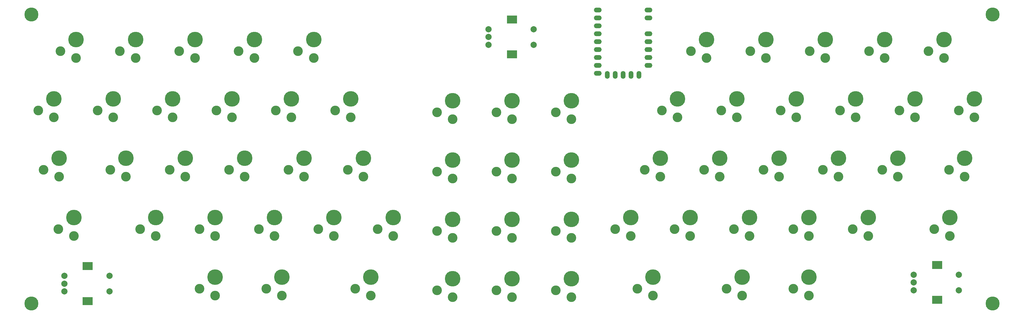
<source format=gbr>
G04 #@! TF.GenerationSoftware,KiCad,Pcbnew,7.0.9*
G04 #@! TF.CreationDate,2024-04-06T13:59:54+09:00*
G04 #@! TF.ProjectId,avain,61766169-6e2e-46b6-9963-61645f706362,rev?*
G04 #@! TF.SameCoordinates,Original*
G04 #@! TF.FileFunction,Soldermask,Top*
G04 #@! TF.FilePolarity,Negative*
%FSLAX46Y46*%
G04 Gerber Fmt 4.6, Leading zero omitted, Abs format (unit mm)*
G04 Created by KiCad (PCBNEW 7.0.9) date 2024-04-06 13:59:54*
%MOMM*%
%LPD*%
G01*
G04 APERTURE LIST*
%ADD10C,3.100000*%
%ADD11C,5.000000*%
%ADD12C,4.500000*%
%ADD13C,2.000000*%
%ADD14R,3.200000X2.500000*%
%ADD15C,1.250000*%
%ADD16O,2.500000X1.500000*%
%ADD17O,1.500000X2.500000*%
G04 APERTURE END LIST*
D10*
X26601900Y-32012500D03*
D11*
X31601900Y-28312500D03*
D10*
X31601900Y-34212500D03*
D12*
X17287500Y-20250000D03*
D13*
X27843800Y-104193700D03*
X27843800Y-109193700D03*
X27843800Y-106693700D03*
D14*
X35343800Y-101093700D03*
X35343800Y-112293700D03*
D13*
X42343800Y-109193700D03*
X42343800Y-104193700D03*
D10*
X128350000Y-89162500D03*
D11*
X133350000Y-85462500D03*
D10*
X133350000Y-91362500D03*
X306943800Y-89162500D03*
D11*
X311943800Y-85462500D03*
D10*
X311943800Y-91362500D03*
X305043800Y-32012500D03*
D11*
X310043800Y-28312500D03*
D10*
X310043800Y-34212500D03*
X261700000Y-89162500D03*
D11*
X266700000Y-85462500D03*
D10*
X266700000Y-91362500D03*
X314824400Y-51062500D03*
D11*
X319824400Y-47362500D03*
D10*
X319824400Y-53262500D03*
D15*
X199525266Y-18845959D03*
D16*
X199024986Y-18845959D03*
D15*
X199525266Y-21365959D03*
D16*
X199024986Y-21365959D03*
D15*
X199525266Y-23905959D03*
D16*
X199024986Y-23905959D03*
D15*
X199525266Y-26435959D03*
D16*
X199024986Y-26435959D03*
D15*
X199525266Y-28985959D03*
D16*
X199024986Y-28985959D03*
D15*
X199525266Y-31525959D03*
D16*
X199024986Y-31525959D03*
D15*
X199525266Y-34065959D03*
D16*
X199024986Y-34065959D03*
D15*
X199525266Y-36605959D03*
D16*
X199024986Y-36605959D03*
D15*
X199525266Y-39145959D03*
D16*
X199024986Y-39145959D03*
D17*
X202065266Y-39640300D03*
D15*
X202065266Y-39145959D03*
D17*
X204615266Y-39640300D03*
D15*
X204615266Y-39145959D03*
D17*
X207145600Y-39640300D03*
D15*
X207145600Y-39145959D03*
D17*
X209695600Y-39640300D03*
D15*
X209695600Y-39145959D03*
D17*
X212225266Y-39640300D03*
D15*
X212225266Y-39145959D03*
D16*
X215265600Y-36605959D03*
D15*
X214765266Y-36605959D03*
D16*
X215265600Y-34065959D03*
D15*
X214765266Y-34065959D03*
D16*
X215265600Y-31525959D03*
D15*
X214765266Y-31525959D03*
D16*
X215265600Y-28985959D03*
D15*
X214765266Y-28985959D03*
D16*
X215265600Y-26435959D03*
D15*
X214765266Y-26435959D03*
D16*
X215265600Y-21365959D03*
D15*
X214765266Y-21365959D03*
D16*
X215265600Y-18845959D03*
D15*
X214765266Y-18845959D03*
D10*
X166450000Y-70718700D03*
D11*
X171450000Y-67018700D03*
D10*
X171450000Y-72918700D03*
D13*
X300343800Y-103812500D03*
X300343800Y-108812500D03*
X300343800Y-106312500D03*
D14*
X307843800Y-100712500D03*
X307843800Y-111912500D03*
D13*
X314843800Y-108812500D03*
X314843800Y-103812500D03*
D10*
X228843800Y-32012500D03*
D11*
X233843800Y-28312500D03*
D10*
X233843800Y-34212500D03*
X280750000Y-89162500D03*
D11*
X285750000Y-85462500D03*
D10*
X285750000Y-91362500D03*
X95690000Y-51062500D03*
D11*
X100690000Y-47362500D03*
D10*
X100690000Y-53262500D03*
X185500000Y-70718700D03*
D11*
X190500000Y-67018700D03*
D10*
X190500000Y-72918700D03*
X102843800Y-32012500D03*
D11*
X107843800Y-28312500D03*
D10*
X107843800Y-34212500D03*
X76640000Y-51062500D03*
D11*
X81640000Y-47362500D03*
D10*
X81640000Y-53262500D03*
X311706300Y-70112500D03*
D11*
X316706300Y-66412500D03*
D10*
X316706300Y-72312500D03*
X271225000Y-70112500D03*
D11*
X276225000Y-66412500D03*
D10*
X276225000Y-72312500D03*
D12*
X325637500Y-113050000D03*
D10*
X38540000Y-51062500D03*
D11*
X43540000Y-47362500D03*
D10*
X43540000Y-53262500D03*
X295780600Y-51062500D03*
D11*
X300780600Y-47362500D03*
D10*
X300780600Y-53262500D03*
X80743800Y-70112500D03*
D11*
X85743800Y-66412500D03*
D10*
X85743800Y-72312500D03*
X118843800Y-70112500D03*
D11*
X123843800Y-66412500D03*
D10*
X123843800Y-72312500D03*
D12*
X17287500Y-113050000D03*
D10*
X90250000Y-89162500D03*
D11*
X95250000Y-85462500D03*
D10*
X95250000Y-91362500D03*
X114740000Y-51062500D03*
D11*
X119740000Y-47362500D03*
D10*
X119740000Y-53262500D03*
D12*
X325637500Y-20250000D03*
D10*
X147400000Y-51668700D03*
D11*
X152400000Y-47968700D03*
D10*
X152400000Y-53868700D03*
X261700000Y-108300000D03*
D11*
X266700000Y-104600000D03*
D10*
X266700000Y-110500000D03*
X166450000Y-51668700D03*
D11*
X171450000Y-47968700D03*
D10*
X171450000Y-53868700D03*
X42643800Y-70112500D03*
D11*
X47643800Y-66412500D03*
D10*
X47643800Y-72312500D03*
X109300000Y-89162500D03*
D11*
X114300000Y-85462500D03*
D10*
X114300000Y-91362500D03*
X238630600Y-51062500D03*
D11*
X243630600Y-47362500D03*
D10*
X243630600Y-53262500D03*
X214075000Y-70112500D03*
D11*
X219075000Y-66412500D03*
D10*
X219075000Y-72312500D03*
X61693800Y-70112500D03*
D11*
X66693800Y-66412500D03*
D10*
X66693800Y-72312500D03*
X242650000Y-89162500D03*
D11*
X247650000Y-85462500D03*
D10*
X247650000Y-91362500D03*
X185500000Y-89768700D03*
D11*
X190500000Y-86068700D03*
D10*
X190500000Y-91968700D03*
X211693800Y-108300000D03*
D11*
X216693800Y-104600000D03*
D10*
X216693800Y-110500000D03*
X99793800Y-70112500D03*
D11*
X104793800Y-66412500D03*
D10*
X104793800Y-72312500D03*
X71200000Y-89162500D03*
D11*
X76200000Y-85462500D03*
D10*
X76200000Y-91362500D03*
X240268800Y-108300000D03*
D11*
X245268800Y-104600000D03*
D10*
X245268800Y-110500000D03*
X57590000Y-51062500D03*
D11*
X62590000Y-47362500D03*
D10*
X62590000Y-53262500D03*
X92631300Y-108300000D03*
D11*
X97631300Y-104600000D03*
D10*
X97631300Y-110500000D03*
X252175000Y-70112500D03*
D11*
X257175000Y-66412500D03*
D10*
X257175000Y-72312500D03*
X204550000Y-89162500D03*
D11*
X209550000Y-85462500D03*
D10*
X209550000Y-91362500D03*
D13*
X163950000Y-25000000D03*
X163950000Y-30000000D03*
X163950000Y-27500000D03*
D14*
X171450000Y-21900000D03*
X171450000Y-33100000D03*
D13*
X178450000Y-30000000D03*
X178450000Y-25000000D03*
D10*
X64743800Y-32012500D03*
D11*
X69743800Y-28312500D03*
D10*
X69743800Y-34212500D03*
X147400000Y-89768700D03*
D11*
X152400000Y-86068700D03*
D10*
X152400000Y-91968700D03*
X83793800Y-32012500D03*
D11*
X88793800Y-28312500D03*
D10*
X88793800Y-34212500D03*
X257680600Y-51062500D03*
D11*
X262680600Y-47362500D03*
D10*
X262680600Y-53262500D03*
X166450000Y-108818700D03*
D11*
X171450000Y-105118700D03*
D10*
X171450000Y-111018700D03*
X19487500Y-51062500D03*
D11*
X24487500Y-47362500D03*
D10*
X24487500Y-53262500D03*
X45693800Y-32012500D03*
D11*
X50693800Y-28312500D03*
D10*
X50693800Y-34212500D03*
X185500000Y-108818700D03*
D11*
X190500000Y-105118700D03*
D10*
X190500000Y-111018700D03*
X21212500Y-70112500D03*
D11*
X26212500Y-66412500D03*
D10*
X26212500Y-72312500D03*
X223600000Y-89162500D03*
D11*
X228600000Y-85462500D03*
D10*
X228600000Y-91362500D03*
X52150000Y-89162500D03*
D11*
X57150000Y-85462500D03*
D10*
X57150000Y-91362500D03*
X166450000Y-89768700D03*
D11*
X171450000Y-86068700D03*
D10*
X171450000Y-91968700D03*
X290275000Y-70112500D03*
D11*
X295275000Y-66412500D03*
D10*
X295275000Y-72312500D03*
X121206300Y-108300000D03*
D11*
X126206300Y-104600000D03*
D10*
X126206300Y-110500000D03*
X219580600Y-51062500D03*
D11*
X224580600Y-47362500D03*
D10*
X224580600Y-53262500D03*
X247893800Y-32012500D03*
D11*
X252893800Y-28312500D03*
D10*
X252893800Y-34212500D03*
X276730600Y-51062500D03*
D11*
X281730600Y-47362500D03*
D10*
X281730600Y-53262500D03*
X147400000Y-70718700D03*
D11*
X152400000Y-67018700D03*
D10*
X152400000Y-72918700D03*
X266943800Y-32012500D03*
D11*
X271943800Y-28312500D03*
D10*
X271943800Y-34212500D03*
X285993800Y-32012500D03*
D11*
X290993800Y-28312500D03*
D10*
X290993800Y-34212500D03*
X233125000Y-70112500D03*
D11*
X238125000Y-66412500D03*
D10*
X238125000Y-72312500D03*
X185500000Y-51668700D03*
D11*
X190500000Y-47968700D03*
D10*
X190500000Y-53868700D03*
X71200000Y-108300000D03*
D11*
X76200000Y-104600000D03*
D10*
X76200000Y-110500000D03*
X147400000Y-108818700D03*
D11*
X152400000Y-105118700D03*
D10*
X152400000Y-111018700D03*
X25956300Y-89162500D03*
D11*
X30956300Y-85462500D03*
D10*
X30956300Y-91362500D03*
M02*

</source>
